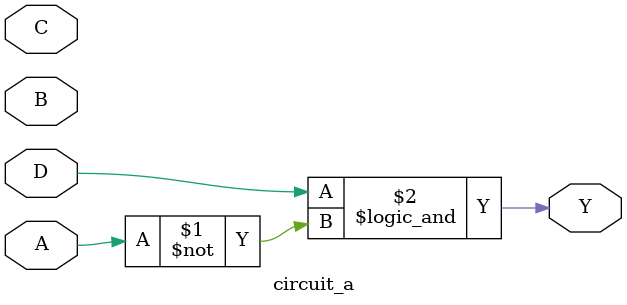
<source format=v>
module circuit_a(
    input A,B,C,D,
    output Y
);

    assign Y = D && ~A;

endmodule

</source>
